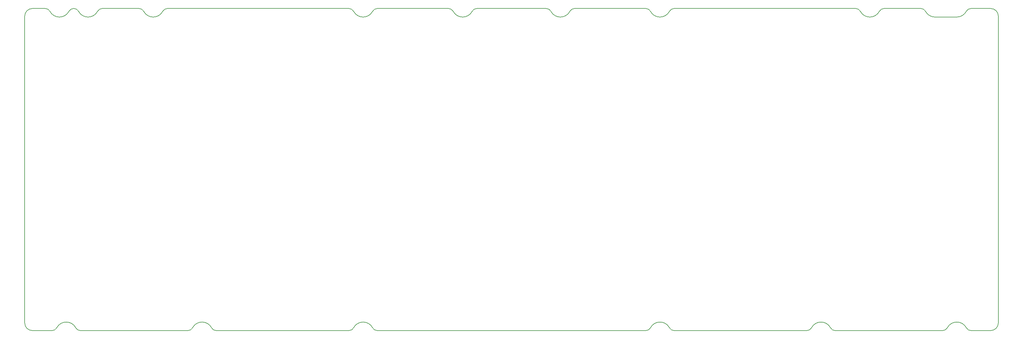
<source format=gm1>
G04 #@! TF.GenerationSoftware,KiCad,Pcbnew,5.1.7*
G04 #@! TF.CreationDate,2021-12-02T01:11:55+07:00*
G04 #@! TF.ProjectId,lumberjack,6c756d62-6572-46a6-9163-6b2e6b696361,1.5*
G04 #@! TF.SameCoordinates,Original*
G04 #@! TF.FileFunction,Profile,NP*
%FSLAX46Y46*%
G04 Gerber Fmt 4.6, Leading zero omitted, Abs format (unit mm)*
G04 Created by KiCad (PCBNEW 5.1.7) date 2021-12-02 01:11:55*
%MOMM*%
%LPD*%
G01*
G04 APERTURE LIST*
G04 #@! TA.AperFunction,Profile*
%ADD10C,0.200000*%
G04 #@! TD*
G04 APERTURE END LIST*
D10*
X282600000Y-57793750D02*
X276224999Y-57793750D01*
X285393071Y-56100202D02*
G75*
G02*
X286723105Y-55293750I1330034J-693548D01*
G01*
X285393070Y-56100202D02*
G75*
G02*
X282600000Y-57793750I-2793071J1456452D01*
G01*
X276224999Y-57793749D02*
G75*
G02*
X273431927Y-56100201I-1J3149999D01*
G01*
X272101892Y-55293750D02*
G75*
G02*
X273431927Y-56100201I1J-1500000D01*
G01*
X253051894Y-55293750D02*
X199923106Y-55293750D01*
X191676894Y-55293750D02*
X170810606Y-55293750D01*
X133989394Y-55293750D02*
X113123106Y-55293750D01*
X104876894Y-55293750D02*
X51748105Y-55293750D01*
X198593072Y-56100202D02*
G75*
G02*
X199923106Y-55293750I1330034J-693548D01*
G01*
X198593071Y-56100201D02*
G75*
G02*
X193006929Y-56100201I-2793071J1456451D01*
G01*
X191676894Y-55293750D02*
G75*
G02*
X193006929Y-56100201I1J-1500000D01*
G01*
X111793072Y-56100202D02*
G75*
G02*
X113123106Y-55293750I1330034J-693548D01*
G01*
X111793071Y-56100201D02*
G75*
G02*
X106206929Y-56100201I-2793071J1456451D01*
G01*
X104876894Y-55293750D02*
G75*
G02*
X106206929Y-56100201I1J-1500000D01*
G01*
X66040000Y-149493750D02*
X104876895Y-149493750D01*
X113123106Y-149493750D02*
X191676895Y-149493750D01*
X199923106Y-149493750D02*
X238764395Y-149493750D01*
X247010606Y-149493750D02*
X278476895Y-149493750D01*
X286723106Y-149493750D02*
X292500000Y-149493750D01*
X279806929Y-148687298D02*
G75*
G02*
X278476895Y-149493750I-1330034J693548D01*
G01*
X279806927Y-148687298D02*
G75*
G02*
X285393072Y-148687298I2793073J-1456452D01*
G01*
X286723106Y-149493750D02*
G75*
G02*
X285393072Y-148687298I0J1500000D01*
G01*
X193006929Y-148687298D02*
G75*
G02*
X191676895Y-149493750I-1330034J693548D01*
G01*
X193006927Y-148687298D02*
G75*
G02*
X198593072Y-148687298I2793073J-1456452D01*
G01*
X199923106Y-149493750D02*
G75*
G02*
X198593072Y-148687298I0J1500000D01*
G01*
X106206929Y-148687298D02*
G75*
G02*
X104876895Y-149493750I-1330034J693548D01*
G01*
X106206927Y-148687298D02*
G75*
G02*
X111793072Y-148687298I2793073J-1456452D01*
G01*
X113123106Y-149493750D02*
G75*
G02*
X111793072Y-148687298I0J1500000D01*
G01*
X26323106Y-149493750D02*
X57789395Y-149493750D01*
X18076895Y-149493750D02*
X12300000Y-149493750D01*
X19406929Y-148687298D02*
G75*
G02*
X18076895Y-149493750I-1330034J693548D01*
G01*
X19406927Y-148687298D02*
G75*
G02*
X24993072Y-148687298I2793073J-1456452D01*
G01*
X26323106Y-149493750D02*
G75*
G02*
X24993072Y-148687298I0J1500000D01*
G01*
X24451894Y-55293750D02*
X24323106Y-55293750D01*
X22993071Y-56100201D02*
G75*
G02*
X17406929Y-56100201I-2793071J1456451D01*
G01*
X16076894Y-55293750D02*
G75*
G02*
X17406929Y-56100201I1J-1500000D01*
G01*
X22993072Y-56100202D02*
G75*
G02*
X24323106Y-55293750I1330034J-693548D01*
G01*
X16076894Y-55293750D02*
X12300000Y-55293750D01*
X292500000Y-55293750D02*
X286723105Y-55293750D01*
X43501894Y-55293750D02*
X32698106Y-55293750D01*
X43501893Y-55293750D02*
G75*
G02*
X44831928Y-56100201I1J-1500000D01*
G01*
X50418070Y-56100201D02*
G75*
G02*
X44831928Y-56100201I-2793071J1456451D01*
G01*
X50418071Y-56100202D02*
G75*
G02*
X51748105Y-55293750I1330034J-693548D01*
G01*
X259968071Y-56100201D02*
G75*
G02*
X254381929Y-56100201I-2793071J1456451D01*
G01*
X169480571Y-56100201D02*
G75*
G02*
X163894429Y-56100201I-2793071J1456451D01*
G01*
X162564394Y-55293750D02*
X142235606Y-55293750D01*
X10050000Y-147243750D02*
X10050000Y-57543750D01*
X169480572Y-56100202D02*
G75*
G02*
X170810606Y-55293750I1330034J-693548D01*
G01*
X272101893Y-55293750D02*
X261298106Y-55293750D01*
X31368072Y-56100202D02*
G75*
G02*
X32698106Y-55293750I1330034J-693548D01*
G01*
X259968072Y-56100202D02*
G75*
G02*
X261298106Y-55293750I1330034J-693548D01*
G01*
X12300000Y-149493750D02*
G75*
G02*
X10050000Y-147243750I0J2250000D01*
G01*
X133989394Y-55293750D02*
G75*
G02*
X135319429Y-56100201I1J-1500000D01*
G01*
X294750000Y-147243750D02*
G75*
G02*
X292500000Y-149493750I-2250000J0D01*
G01*
X140905571Y-56100201D02*
G75*
G02*
X135319429Y-56100201I-2793071J1456451D01*
G01*
X59119429Y-148687298D02*
G75*
G02*
X57789395Y-149493750I-1330034J693548D01*
G01*
X66035606Y-149493750D02*
G75*
G02*
X64705572Y-148687298I0J1500000D01*
G01*
X59119427Y-148687298D02*
G75*
G02*
X64705572Y-148687298I2793073J-1456452D01*
G01*
X240094427Y-148687298D02*
G75*
G02*
X245680572Y-148687298I2793073J-1456452D01*
G01*
X162564394Y-55293750D02*
G75*
G02*
X163894429Y-56100201I1J-1500000D01*
G01*
X292500000Y-55293750D02*
G75*
G02*
X294750000Y-57543750I0J-2250000D01*
G01*
X247010606Y-149493750D02*
G75*
G02*
X245680572Y-148687298I0J1500000D01*
G01*
X31368071Y-56100201D02*
G75*
G02*
X25781929Y-56100201I-2793071J1456451D01*
G01*
X253051894Y-55293750D02*
G75*
G02*
X254381929Y-56100201I1J-1500000D01*
G01*
X10050000Y-57543750D02*
G75*
G02*
X12300000Y-55293750I2250000J0D01*
G01*
X24451894Y-55293750D02*
G75*
G02*
X25781929Y-56100201I1J-1500000D01*
G01*
X140905572Y-56100202D02*
G75*
G02*
X142235606Y-55293750I1330034J-693548D01*
G01*
X294750000Y-147243750D02*
X294750000Y-57543750D01*
X240094429Y-148687298D02*
G75*
G02*
X238764395Y-149493750I-1330034J693548D01*
G01*
M02*

</source>
